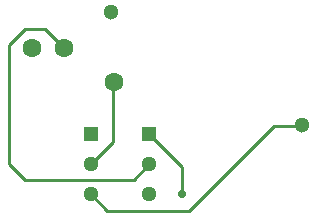
<source format=gbr>
G04 #@! TF.GenerationSoftware,KiCad,Pcbnew,(6.0.6-0)*
G04 #@! TF.CreationDate,2022-09-13T12:01:24-04:00*
G04 #@! TF.ProjectId,DA-15 Board,44412d31-3520-4426-9f61-72642e6b6963,1*
G04 #@! TF.SameCoordinates,Original*
G04 #@! TF.FileFunction,Copper,L2,Bot*
G04 #@! TF.FilePolarity,Positive*
%FSLAX46Y46*%
G04 Gerber Fmt 4.6, Leading zero omitted, Abs format (unit mm)*
G04 Created by KiCad (PCBNEW (6.0.6-0)) date 2022-09-13 12:01:24*
%MOMM*%
%LPD*%
G01*
G04 APERTURE LIST*
G04 #@! TA.AperFunction,ComponentPad*
%ADD10R,1.295400X1.295400*%
G04 #@! TD*
G04 #@! TA.AperFunction,ComponentPad*
%ADD11C,1.295400*%
G04 #@! TD*
G04 #@! TA.AperFunction,ComponentPad*
%ADD12C,1.600000*%
G04 #@! TD*
G04 #@! TA.AperFunction,ComponentPad*
%ADD13C,1.300000*%
G04 #@! TD*
G04 #@! TA.AperFunction,ViaPad*
%ADD14C,0.700000*%
G04 #@! TD*
G04 #@! TA.AperFunction,Conductor*
%ADD15C,0.250000*%
G04 #@! TD*
G04 APERTURE END LIST*
D10*
X140190000Y-104070000D03*
D11*
X140190000Y-106610000D03*
X140190000Y-109150000D03*
D12*
X132990000Y-96790000D03*
X130220000Y-96790000D03*
X137145000Y-99630000D03*
D13*
X153120000Y-103260000D03*
D10*
X135200000Y-104080000D03*
D11*
X135200000Y-106620000D03*
X135200000Y-109160000D03*
D13*
X136950000Y-93740000D03*
D14*
X142950000Y-109150000D03*
D15*
X142950000Y-106830000D02*
X140190000Y-104070000D01*
X142950000Y-109150000D02*
X142950000Y-106830000D01*
X135200000Y-109160000D02*
X136632081Y-110592081D01*
X136632081Y-110592081D02*
X143557919Y-110592081D01*
X143557919Y-110592081D02*
X150770000Y-103380000D01*
X150770000Y-103380000D02*
X152785089Y-103380000D01*
X137130000Y-104690000D02*
X137130000Y-99755000D01*
X135200000Y-106620000D02*
X137130000Y-104690000D01*
X129650000Y-107900000D02*
X128300000Y-106550000D01*
X129625000Y-95150000D02*
X131380000Y-95150000D01*
X131380000Y-95150000D02*
X132890000Y-96660000D01*
X128300000Y-96475000D02*
X129625000Y-95150000D01*
X132890000Y-96660000D02*
X132890000Y-96665000D01*
X128300000Y-106550000D02*
X128300000Y-96475000D01*
X140190000Y-106610000D02*
X138900000Y-107900000D01*
X138900000Y-107900000D02*
X129650000Y-107900000D01*
M02*

</source>
